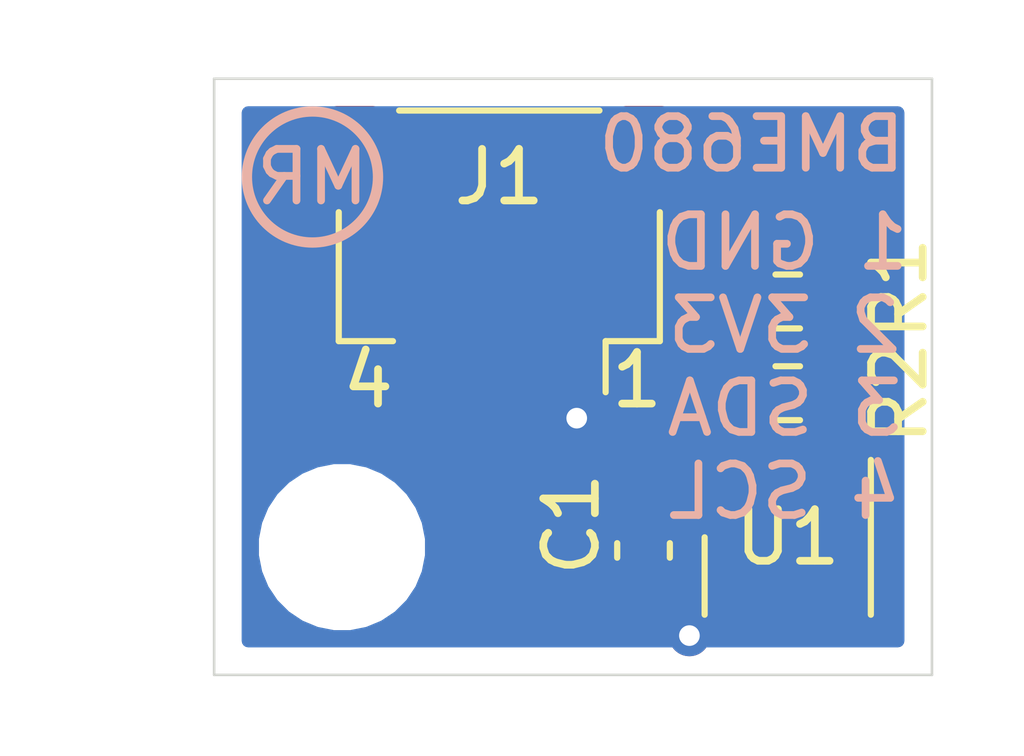
<source format=kicad_pcb>
(kicad_pcb (version 20171130) (host pcbnew "(5.1.9)-1")

  (general
    (thickness 1.6)
    (drawings 10)
    (tracks 51)
    (zones 0)
    (modules 8)
    (nets 5)
  )

  (page A4)
  (layers
    (0 F.Cu signal)
    (31 B.Cu signal)
    (32 B.Adhes user)
    (33 F.Adhes user)
    (34 B.Paste user)
    (35 F.Paste user)
    (36 B.SilkS user)
    (37 F.SilkS user)
    (38 B.Mask user)
    (39 F.Mask user)
    (40 Dwgs.User user)
    (41 Cmts.User user)
    (42 Eco1.User user)
    (43 Eco2.User user)
    (44 Edge.Cuts user)
    (45 Margin user)
    (46 B.CrtYd user)
    (47 F.CrtYd user)
    (48 B.Fab user)
    (49 F.Fab user)
  )

  (setup
    (last_trace_width 0.25)
    (trace_clearance 0.2)
    (zone_clearance 0.508)
    (zone_45_only no)
    (trace_min 0.2)
    (via_size 0.8)
    (via_drill 0.4)
    (via_min_size 0.4)
    (via_min_drill 0.3)
    (uvia_size 0.3)
    (uvia_drill 0.1)
    (uvias_allowed no)
    (uvia_min_size 0.2)
    (uvia_min_drill 0.1)
    (edge_width 0.05)
    (segment_width 0.2)
    (pcb_text_width 0.3)
    (pcb_text_size 1.5 1.5)
    (mod_edge_width 0.12)
    (mod_text_size 1 1)
    (mod_text_width 0.15)
    (pad_size 1.524 1.524)
    (pad_drill 0.762)
    (pad_to_mask_clearance 0)
    (aux_axis_origin 0 0)
    (visible_elements 7FFFFFFF)
    (pcbplotparams
      (layerselection 0x010fc_ffffffff)
      (usegerberextensions false)
      (usegerberattributes true)
      (usegerberadvancedattributes true)
      (creategerberjobfile true)
      (excludeedgelayer true)
      (linewidth 0.100000)
      (plotframeref false)
      (viasonmask false)
      (mode 1)
      (useauxorigin false)
      (hpglpennumber 1)
      (hpglpenspeed 20)
      (hpglpendiameter 15.000000)
      (psnegative false)
      (psa4output false)
      (plotreference true)
      (plotvalue true)
      (plotinvisibletext false)
      (padsonsilk false)
      (subtractmaskfromsilk false)
      (outputformat 1)
      (mirror false)
      (drillshape 1)
      (scaleselection 1)
      (outputdirectory ""))
  )

  (net 0 "")
  (net 1 GND)
  (net 2 +3V3)
  (net 3 /SCL)
  (net 4 /SDA)

  (net_class Default "This is the default net class."
    (clearance 0.2)
    (trace_width 0.25)
    (via_dia 0.8)
    (via_drill 0.4)
    (uvia_dia 0.3)
    (uvia_drill 0.1)
    (add_net +3V3)
    (add_net /SCL)
    (add_net /SDA)
    (add_net GND)
  )

  (module Fiducial:Fiducial_1mm_Mask2mm (layer F.Cu) (tedit 5C18CB26) (tstamp 6050A76E)
    (at 145.415 79.375)
    (descr "Circular Fiducial, 1mm bare copper, 2mm soldermask opening (Level A)")
    (tags fiducial)
    (path /60530CFE)
    (attr smd)
    (fp_text reference FID2 (at 0 -2) (layer F.Fab) hide
      (effects (font (size 1 1) (thickness 0.15)))
    )
    (fp_text value Fiducial (at 0 2) (layer F.Fab)
      (effects (font (size 1 1) (thickness 0.15)))
    )
    (fp_circle (center 0 0) (end 1 0) (layer F.Fab) (width 0.1))
    (fp_circle (center 0 0) (end 1.25 0) (layer F.CrtYd) (width 0.05))
    (fp_text user %R (at 0 0) (layer F.Fab)
      (effects (font (size 0.4 0.4) (thickness 0.06)))
    )
    (pad "" smd circle (at 0 0) (size 1 1) (layers F.Cu F.Mask)
      (solder_mask_margin 0.5) (clearance 0.5))
  )

  (module MountingHole:MountingHole_2.2mm_M2 (layer F.Cu) (tedit 56D1B4CB) (tstamp 6050A35B)
    (at 141.732 78.1685)
    (descr "Mounting Hole 2.2mm, no annular, M2")
    (tags "mounting hole 2.2mm no annular m2")
    (path /6052D857)
    (attr virtual)
    (fp_text reference H1 (at 0 3.302) (layer F.Fab) hide
      (effects (font (size 1 1) (thickness 0.15)))
    )
    (fp_text value MountingHole (at 0 3.2) (layer F.Fab)
      (effects (font (size 1 1) (thickness 0.15)))
    )
    (fp_circle (center 0 0) (end 2.2 0) (layer Cmts.User) (width 0.15))
    (fp_circle (center 0 0) (end 2.45 0) (layer F.CrtYd) (width 0.05))
    (fp_text user %R (at 0.3 0) (layer F.Fab)
      (effects (font (size 1 1) (thickness 0.15)))
    )
    (pad 1 np_thru_hole circle (at 0 0) (size 2.2 2.2) (drill 2.2) (layers *.Cu *.Mask))
  )

  (module Package_LGA:Bosch_LGA-8_3x3mm_P0.8mm_ClockwisePinNumbering (layer F.Cu) (tedit 5D9F7937) (tstamp 60507BDA)
    (at 150.368 77.978)
    (descr "Bosch  LGA, 8 Pin (https://ae-bst.resource.bosch.com/media/_tech/media/datasheets/BST-BME680-DS001-00.pdf#page=44), generated with kicad-footprint-generator ipc_noLead_generator.py")
    (tags "Bosch LGA NoLead")
    (path /60507266)
    (attr smd)
    (fp_text reference U1 (at 0 0) (layer F.SilkS)
      (effects (font (size 1 1) (thickness 0.15)))
    )
    (fp_text value BME680 (at 0 2.45) (layer F.Fab)
      (effects (font (size 1 1) (thickness 0.15)))
    )
    (fp_line (start -1.61 0) (end -1.61 1.5) (layer F.SilkS) (width 0.12))
    (fp_line (start 1.61 -1.5) (end 1.61 1.5) (layer F.SilkS) (width 0.12))
    (fp_line (start -0.75 -1.5) (end 1.5 -1.5) (layer F.Fab) (width 0.1))
    (fp_line (start 1.5 -1.5) (end 1.5 1.5) (layer F.Fab) (width 0.1))
    (fp_line (start 1.5 1.5) (end -1.5 1.5) (layer F.Fab) (width 0.1))
    (fp_line (start -1.5 1.5) (end -1.5 -0.75) (layer F.Fab) (width 0.1))
    (fp_line (start -1.5 -0.75) (end -0.75 -1.5) (layer F.Fab) (width 0.1))
    (fp_line (start -1.75 -1.75) (end -1.75 1.75) (layer F.CrtYd) (width 0.05))
    (fp_line (start -1.75 1.75) (end 1.75 1.75) (layer F.CrtYd) (width 0.05))
    (fp_line (start 1.75 1.75) (end 1.75 -1.75) (layer F.CrtYd) (width 0.05))
    (fp_line (start 1.75 -1.75) (end -1.75 -1.75) (layer F.CrtYd) (width 0.05))
    (fp_text user %R (at 0 0) (layer F.Fab)
      (effects (font (size 0.75 0.75) (thickness 0.11)))
    )
    (pad 8 smd roundrect (at -1.2 1.1875) (size 0.5 0.525) (layers F.Cu F.Paste F.Mask) (roundrect_rratio 0.25)
      (net 2 +3V3))
    (pad 7 smd roundrect (at -0.4 1.1875) (size 0.5 0.525) (layers F.Cu F.Paste F.Mask) (roundrect_rratio 0.25)
      (net 1 GND))
    (pad 6 smd roundrect (at 0.4 1.1875) (size 0.5 0.525) (layers F.Cu F.Paste F.Mask) (roundrect_rratio 0.25)
      (net 2 +3V3))
    (pad 5 smd roundrect (at 1.2 1.1875) (size 0.5 0.525) (layers F.Cu F.Paste F.Mask) (roundrect_rratio 0.25)
      (net 1 GND))
    (pad 4 smd roundrect (at 1.2 -1.1875) (size 0.5 0.525) (layers F.Cu F.Paste F.Mask) (roundrect_rratio 0.25)
      (net 3 /SCL))
    (pad 3 smd roundrect (at 0.4 -1.1875) (size 0.5 0.525) (layers F.Cu F.Paste F.Mask) (roundrect_rratio 0.25)
      (net 4 /SDA))
    (pad 2 smd roundrect (at -0.4 -1.1875) (size 0.5 0.525) (layers F.Cu F.Paste F.Mask) (roundrect_rratio 0.25)
      (net 2 +3V3))
    (pad 1 smd roundrect (at -1.2 -1.1875) (size 0.5 0.525) (layers F.Cu F.Paste F.Mask) (roundrect_rratio 0.25)
      (net 1 GND))
    (model ${KISYS3DMOD}/Package_LGA.3dshapes/Bosch_LGA-8_3x3mm_P0.8mm_ClockwisePinNumbering.wrl
      (at (xyz 0 0 0))
      (scale (xyz 1 1 1))
      (rotate (xyz 0 0 0))
    )
  )

  (module Resistor_SMD:R_0603_1608Metric (layer F.Cu) (tedit 5F68FEEE) (tstamp 60507BC2)
    (at 150.368 75.184)
    (descr "Resistor SMD 0603 (1608 Metric), square (rectangular) end terminal, IPC_7351 nominal, (Body size source: IPC-SM-782 page 72, https://www.pcb-3d.com/wordpress/wp-content/uploads/ipc-sm-782a_amendment_1_and_2.pdf), generated with kicad-footprint-generator")
    (tags resistor)
    (path /6050BD60)
    (attr smd)
    (fp_text reference R2 (at 2.159 0 90) (layer F.SilkS)
      (effects (font (size 1 1) (thickness 0.15)))
    )
    (fp_text value R (at 0 1.43) (layer F.Fab)
      (effects (font (size 1 1) (thickness 0.15)))
    )
    (fp_line (start -0.8 0.4125) (end -0.8 -0.4125) (layer F.Fab) (width 0.1))
    (fp_line (start -0.8 -0.4125) (end 0.8 -0.4125) (layer F.Fab) (width 0.1))
    (fp_line (start 0.8 -0.4125) (end 0.8 0.4125) (layer F.Fab) (width 0.1))
    (fp_line (start 0.8 0.4125) (end -0.8 0.4125) (layer F.Fab) (width 0.1))
    (fp_line (start -0.237258 -0.5225) (end 0.237258 -0.5225) (layer F.SilkS) (width 0.12))
    (fp_line (start -0.237258 0.5225) (end 0.237258 0.5225) (layer F.SilkS) (width 0.12))
    (fp_line (start -1.48 0.73) (end -1.48 -0.73) (layer F.CrtYd) (width 0.05))
    (fp_line (start -1.48 -0.73) (end 1.48 -0.73) (layer F.CrtYd) (width 0.05))
    (fp_line (start 1.48 -0.73) (end 1.48 0.73) (layer F.CrtYd) (width 0.05))
    (fp_line (start 1.48 0.73) (end -1.48 0.73) (layer F.CrtYd) (width 0.05))
    (fp_text user %R (at 0 0) (layer F.Fab)
      (effects (font (size 0.4 0.4) (thickness 0.06)))
    )
    (pad 2 smd roundrect (at 0.825 0) (size 0.8 0.95) (layers F.Cu F.Paste F.Mask) (roundrect_rratio 0.25)
      (net 4 /SDA))
    (pad 1 smd roundrect (at -0.825 0) (size 0.8 0.95) (layers F.Cu F.Paste F.Mask) (roundrect_rratio 0.25)
      (net 2 +3V3))
    (model ${KISYS3DMOD}/Resistor_SMD.3dshapes/R_0603_1608Metric.wrl
      (at (xyz 0 0 0))
      (scale (xyz 1 1 1))
      (rotate (xyz 0 0 0))
    )
  )

  (module Resistor_SMD:R_0603_1608Metric (layer F.Cu) (tedit 5F68FEEE) (tstamp 60507BB1)
    (at 150.368 73.406)
    (descr "Resistor SMD 0603 (1608 Metric), square (rectangular) end terminal, IPC_7351 nominal, (Body size source: IPC-SM-782 page 72, https://www.pcb-3d.com/wordpress/wp-content/uploads/ipc-sm-782a_amendment_1_and_2.pdf), generated with kicad-footprint-generator")
    (tags resistor)
    (path /6050B841)
    (attr smd)
    (fp_text reference R1 (at 2.159 -0.254 90) (layer F.SilkS)
      (effects (font (size 1 1) (thickness 0.15)))
    )
    (fp_text value R (at 0 1.43) (layer F.Fab)
      (effects (font (size 1 1) (thickness 0.15)))
    )
    (fp_line (start -0.8 0.4125) (end -0.8 -0.4125) (layer F.Fab) (width 0.1))
    (fp_line (start -0.8 -0.4125) (end 0.8 -0.4125) (layer F.Fab) (width 0.1))
    (fp_line (start 0.8 -0.4125) (end 0.8 0.4125) (layer F.Fab) (width 0.1))
    (fp_line (start 0.8 0.4125) (end -0.8 0.4125) (layer F.Fab) (width 0.1))
    (fp_line (start -0.237258 -0.5225) (end 0.237258 -0.5225) (layer F.SilkS) (width 0.12))
    (fp_line (start -0.237258 0.5225) (end 0.237258 0.5225) (layer F.SilkS) (width 0.12))
    (fp_line (start -1.48 0.73) (end -1.48 -0.73) (layer F.CrtYd) (width 0.05))
    (fp_line (start -1.48 -0.73) (end 1.48 -0.73) (layer F.CrtYd) (width 0.05))
    (fp_line (start 1.48 -0.73) (end 1.48 0.73) (layer F.CrtYd) (width 0.05))
    (fp_line (start 1.48 0.73) (end -1.48 0.73) (layer F.CrtYd) (width 0.05))
    (fp_text user %R (at 0 0) (layer F.Fab)
      (effects (font (size 0.4 0.4) (thickness 0.06)))
    )
    (pad 2 smd roundrect (at 0.825 0) (size 0.8 0.95) (layers F.Cu F.Paste F.Mask) (roundrect_rratio 0.25)
      (net 3 /SCL))
    (pad 1 smd roundrect (at -0.825 0) (size 0.8 0.95) (layers F.Cu F.Paste F.Mask) (roundrect_rratio 0.25)
      (net 2 +3V3))
    (model ${KISYS3DMOD}/Resistor_SMD.3dshapes/R_0603_1608Metric.wrl
      (at (xyz 0 0 0))
      (scale (xyz 1 1 1))
      (rotate (xyz 0 0 0))
    )
  )

  (module Connector_JST:JST_SH_SM04B-SRSS-TB_1x04-1MP_P1.00mm_Horizontal (layer F.Cu) (tedit 5B78AD87) (tstamp 605083DA)
    (at 144.78 72.39 180)
    (descr "JST SH series connector, SM04B-SRSS-TB (http://www.jst-mfg.com/product/pdf/eng/eSH.pdf), generated with kicad-footprint-generator")
    (tags "connector JST SH top entry")
    (path /6051122B)
    (attr smd)
    (fp_text reference J1 (at 0 1.397) (layer F.SilkS)
      (effects (font (size 1 1) (thickness 0.15)))
    )
    (fp_text value JST_SH_SM04B-SRSS-TB (at 0 3.98) (layer F.Fab)
      (effects (font (size 1 1) (thickness 0.15)))
    )
    (fp_line (start -3 -1.675) (end 3 -1.675) (layer F.Fab) (width 0.1))
    (fp_line (start -3.11 0.715) (end -3.11 -1.785) (layer F.SilkS) (width 0.12))
    (fp_line (start -3.11 -1.785) (end -2.06 -1.785) (layer F.SilkS) (width 0.12))
    (fp_line (start -2.06 -1.785) (end -2.06 -2.775) (layer F.SilkS) (width 0.12))
    (fp_line (start 3.11 0.715) (end 3.11 -1.785) (layer F.SilkS) (width 0.12))
    (fp_line (start 3.11 -1.785) (end 2.06 -1.785) (layer F.SilkS) (width 0.12))
    (fp_line (start -1.94 2.685) (end 1.94 2.685) (layer F.SilkS) (width 0.12))
    (fp_line (start -3 2.575) (end 3 2.575) (layer F.Fab) (width 0.1))
    (fp_line (start -3 -1.675) (end -3 2.575) (layer F.Fab) (width 0.1))
    (fp_line (start 3 -1.675) (end 3 2.575) (layer F.Fab) (width 0.1))
    (fp_line (start -3.9 -3.28) (end -3.9 3.28) (layer F.CrtYd) (width 0.05))
    (fp_line (start -3.9 3.28) (end 3.9 3.28) (layer F.CrtYd) (width 0.05))
    (fp_line (start 3.9 3.28) (end 3.9 -3.28) (layer F.CrtYd) (width 0.05))
    (fp_line (start 3.9 -3.28) (end -3.9 -3.28) (layer F.CrtYd) (width 0.05))
    (fp_line (start -2 -1.675) (end -1.5 -0.967893) (layer F.Fab) (width 0.1))
    (fp_line (start -1.5 -0.967893) (end -1 -1.675) (layer F.Fab) (width 0.1))
    (fp_text user %R (at 0 0) (layer F.Fab)
      (effects (font (size 1 1) (thickness 0.15)))
    )
    (pad MP smd roundrect (at 2.8 1.875 180) (size 1.2 1.8) (layers F.Cu F.Paste F.Mask) (roundrect_rratio 0.208333))
    (pad MP smd roundrect (at -2.8 1.875 180) (size 1.2 1.8) (layers F.Cu F.Paste F.Mask) (roundrect_rratio 0.208333))
    (pad 4 smd roundrect (at 1.5 -2 180) (size 0.6 1.55) (layers F.Cu F.Paste F.Mask) (roundrect_rratio 0.25)
      (net 3 /SCL))
    (pad 3 smd roundrect (at 0.5 -2 180) (size 0.6 1.55) (layers F.Cu F.Paste F.Mask) (roundrect_rratio 0.25)
      (net 4 /SDA))
    (pad 2 smd roundrect (at -0.5 -2 180) (size 0.6 1.55) (layers F.Cu F.Paste F.Mask) (roundrect_rratio 0.25)
      (net 2 +3V3))
    (pad 1 smd roundrect (at -1.5 -2 180) (size 0.6 1.55) (layers F.Cu F.Paste F.Mask) (roundrect_rratio 0.25)
      (net 1 GND))
    (model ${KISYS3DMOD}/Connector_JST.3dshapes/JST_SH_SM04B-SRSS-TB_1x04-1MP_P1.00mm_Horizontal.wrl
      (at (xyz 0 0 0))
      (scale (xyz 1 1 1))
      (rotate (xyz 0 0 0))
    )
  )

  (module Fiducial:Fiducial_1mm_Mask2mm (layer F.Cu) (tedit 5C18CB26) (tstamp 60507B7D)
    (at 151.892 70.485)
    (descr "Circular Fiducial, 1mm bare copper, 2mm soldermask opening (Level A)")
    (tags fiducial)
    (path /6050994A)
    (attr smd)
    (fp_text reference FID1 (at 0 -2) (layer F.Fab) hide
      (effects (font (size 1 1) (thickness 0.15)))
    )
    (fp_text value Fiducial (at 0 2) (layer F.Fab)
      (effects (font (size 1 1) (thickness 0.15)))
    )
    (fp_circle (center 0 0) (end 1 0) (layer F.Fab) (width 0.1))
    (fp_circle (center 0 0) (end 1.25 0) (layer F.CrtYd) (width 0.05))
    (fp_text user %R (at 0 0) (layer F.Fab)
      (effects (font (size 0.4 0.4) (thickness 0.06)))
    )
    (pad "" smd circle (at 0 0) (size 1 1) (layers F.Cu F.Mask)
      (solder_mask_margin 0.5) (clearance 0.5))
  )

  (module Capacitor_SMD:C_0603_1608Metric (layer F.Cu) (tedit 5F68FEEE) (tstamp 60507B75)
    (at 147.574 78.232 270)
    (descr "Capacitor SMD 0603 (1608 Metric), square (rectangular) end terminal, IPC_7351 nominal, (Body size source: IPC-SM-782 page 76, https://www.pcb-3d.com/wordpress/wp-content/uploads/ipc-sm-782a_amendment_1_and_2.pdf), generated with kicad-footprint-generator")
    (tags capacitor)
    (path /6050A0EA)
    (attr smd)
    (fp_text reference C1 (at -0.508 1.397 90) (layer F.SilkS)
      (effects (font (size 1 1) (thickness 0.15)))
    )
    (fp_text value 100n (at 0 1.43 90) (layer F.Fab)
      (effects (font (size 1 1) (thickness 0.15)))
    )
    (fp_line (start -0.8 0.4) (end -0.8 -0.4) (layer F.Fab) (width 0.1))
    (fp_line (start -0.8 -0.4) (end 0.8 -0.4) (layer F.Fab) (width 0.1))
    (fp_line (start 0.8 -0.4) (end 0.8 0.4) (layer F.Fab) (width 0.1))
    (fp_line (start 0.8 0.4) (end -0.8 0.4) (layer F.Fab) (width 0.1))
    (fp_line (start -0.14058 -0.51) (end 0.14058 -0.51) (layer F.SilkS) (width 0.12))
    (fp_line (start -0.14058 0.51) (end 0.14058 0.51) (layer F.SilkS) (width 0.12))
    (fp_line (start -1.48 0.73) (end -1.48 -0.73) (layer F.CrtYd) (width 0.05))
    (fp_line (start -1.48 -0.73) (end 1.48 -0.73) (layer F.CrtYd) (width 0.05))
    (fp_line (start 1.48 -0.73) (end 1.48 0.73) (layer F.CrtYd) (width 0.05))
    (fp_line (start 1.48 0.73) (end -1.48 0.73) (layer F.CrtYd) (width 0.05))
    (fp_text user %R (at 0 0 90) (layer F.Fab)
      (effects (font (size 0.4 0.4) (thickness 0.06)))
    )
    (pad 2 smd roundrect (at 0.775 0 270) (size 0.9 0.95) (layers F.Cu F.Paste F.Mask) (roundrect_rratio 0.25)
      (net 1 GND))
    (pad 1 smd roundrect (at -0.775 0 270) (size 0.9 0.95) (layers F.Cu F.Paste F.Mask) (roundrect_rratio 0.25)
      (net 2 +3V3))
    (model ${KISYS3DMOD}/Capacitor_SMD.3dshapes/C_0603_1608Metric.wrl
      (at (xyz 0 0 0))
      (scale (xyz 1 1 1))
      (rotate (xyz 0 0 0))
    )
  )

  (gr_text "1 GND\n2 3V3\n3 SDA\n4 SCL" (at 150.3045 74.676) (layer B.SilkS)
    (effects (font (size 1 1) (thickness 0.15)) (justify mirror))
  )
  (gr_circle (center 141.1605 70.993) (end 142.4305 70.993) (layer B.SilkS) (width 0.2))
  (gr_text MR (at 141.1605 70.993) (layer B.SilkS)
    (effects (font (size 1 1) (thickness 0.15)) (justify mirror))
  )
  (gr_text BME680 (at 149.6695 70.358) (layer B.SilkS)
    (effects (font (size 1 1) (thickness 0.15)) (justify mirror))
  )
  (gr_text 4 (at 142.24 74.93) (layer F.SilkS) (tstamp 60509CB2)
    (effects (font (size 1 1) (thickness 0.15)))
  )
  (gr_text 1 (at 147.447 74.93) (layer F.SilkS)
    (effects (font (size 1 1) (thickness 0.15)))
  )
  (gr_line (start 139.2555 80.645) (end 153.162 80.645) (layer Edge.Cuts) (width 0.05) (tstamp 6050841E))
  (gr_line (start 139.2555 69.088) (end 139.2555 80.645) (layer Edge.Cuts) (width 0.05))
  (gr_line (start 153.162 69.088) (end 153.162 80.645) (layer Edge.Cuts) (width 0.05))
  (gr_line (start 139.2555 69.088) (end 153.162 69.088) (layer Edge.Cuts) (width 0.05))

  (segment (start 149.968 79.883) (end 149.968 79.1655) (width 0.25) (layer F.Cu) (net 1))
  (segment (start 148.971 79.883) (end 149.968 79.883) (width 0.25) (layer F.Cu) (net 1))
  (segment (start 151.257 79.883) (end 148.971 79.883) (width 0.25) (layer F.Cu) (net 1))
  (segment (start 151.568 79.572) (end 151.257 79.883) (width 0.25) (layer F.Cu) (net 1))
  (segment (start 151.568 79.1655) (end 151.568 79.572) (width 0.25) (layer F.Cu) (net 1))
  (segment (start 146.28 74.39) (end 146.28 75.668) (width 0.25) (layer F.Cu) (net 1))
  (segment (start 146.28 75.668) (end 146.939 76.327) (width 0.25) (layer F.Cu) (net 1))
  (segment (start 146.939 76.327) (end 148.082 76.327) (width 0.25) (layer F.Cu) (net 1))
  (segment (start 148.5455 76.7905) (end 149.168 76.7905) (width 0.25) (layer F.Cu) (net 1))
  (segment (start 148.082 76.327) (end 148.5455 76.7905) (width 0.25) (layer F.Cu) (net 1))
  (via (at 146.28 75.668) (size 0.8) (drill 0.4) (layers F.Cu B.Cu) (net 1))
  (segment (start 147.574 79.883) (end 148.971 79.883) (width 0.25) (layer F.Cu) (net 1))
  (segment (start 147.574 79.007) (end 147.574 79.883) (width 0.25) (layer F.Cu) (net 1))
  (segment (start 147.574 79.883) (end 148.463012 79.883) (width 0.25) (layer F.Cu) (net 1))
  (via (at 148.463012 79.883) (size 0.8) (drill 0.4) (layers F.Cu B.Cu) (net 1))
  (segment (start 146.28 75.668) (end 148.463012 77.851012) (width 0.25) (layer B.Cu) (net 1))
  (segment (start 148.463012 77.851012) (end 148.463012 79.883) (width 0.25) (layer B.Cu) (net 1))
  (segment (start 145.28 76.065) (end 145.28 74.39) (width 0.25) (layer F.Cu) (net 2))
  (segment (start 146.672 77.457) (end 145.28 76.065) (width 0.25) (layer F.Cu) (net 2))
  (segment (start 147.574 77.457) (end 146.672 77.457) (width 0.25) (layer F.Cu) (net 2))
  (segment (start 149.543 73.406) (end 149.543 75.184) (width 0.25) (layer F.Cu) (net 2))
  (segment (start 149.968 75.609) (end 149.543 75.184) (width 0.25) (layer F.Cu) (net 2))
  (segment (start 149.968 76.7905) (end 149.968 75.609) (width 0.25) (layer F.Cu) (net 2))
  (segment (start 149.968 77.362) (end 149.968 76.7905) (width 0.25) (layer F.Cu) (net 2))
  (segment (start 147.574 77.457) (end 147.841 77.724) (width 0.25) (layer F.Cu) (net 2))
  (segment (start 150.768 78.505) (end 149.7965 77.5335) (width 0.25) (layer F.Cu) (net 2))
  (segment (start 150.768 79.1655) (end 150.768 78.505) (width 0.25) (layer F.Cu) (net 2))
  (segment (start 149.7965 77.5335) (end 149.968 77.362) (width 0.25) (layer F.Cu) (net 2))
  (segment (start 149.606 77.724) (end 149.7965 77.5335) (width 0.25) (layer F.Cu) (net 2))
  (segment (start 149.168 77.794) (end 149.098 77.724) (width 0.25) (layer F.Cu) (net 2))
  (segment (start 149.168 79.1655) (end 149.168 77.794) (width 0.25) (layer F.Cu) (net 2))
  (segment (start 149.098 77.724) (end 149.606 77.724) (width 0.25) (layer F.Cu) (net 2))
  (segment (start 147.841 77.724) (end 149.098 77.724) (width 0.25) (layer F.Cu) (net 2))
  (segment (start 152.146 76.2125) (end 152.146 73.787) (width 0.25) (layer F.Cu) (net 3))
  (segment (start 151.568 76.7905) (end 152.146 76.2125) (width 0.25) (layer F.Cu) (net 3))
  (segment (start 151.765 73.406) (end 151.193 73.406) (width 0.25) (layer F.Cu) (net 3))
  (segment (start 152.146 73.787) (end 151.765 73.406) (width 0.25) (layer F.Cu) (net 3))
  (segment (start 143.28 72.874) (end 144.145 72.009) (width 0.25) (layer F.Cu) (net 3))
  (segment (start 151.193 72.453) (end 151.193 73.406) (width 0.25) (layer F.Cu) (net 3))
  (segment (start 144.145 72.009) (end 150.749 72.009) (width 0.25) (layer F.Cu) (net 3))
  (segment (start 143.28 74.39) (end 143.28 72.874) (width 0.25) (layer F.Cu) (net 3))
  (segment (start 150.749 72.009) (end 151.193 72.453) (width 0.25) (layer F.Cu) (net 3))
  (segment (start 150.749 76.7715) (end 150.768 76.7905) (width 0.25) (layer F.Cu) (net 4))
  (segment (start 150.749 75.628) (end 150.749 76.7715) (width 0.25) (layer F.Cu) (net 4))
  (segment (start 151.193 75.184) (end 150.749 75.628) (width 0.25) (layer F.Cu) (net 4))
  (segment (start 151.193 75.184) (end 150.368 74.359) (width 0.25) (layer F.Cu) (net 4))
  (segment (start 150.368 74.359) (end 150.368 72.892261) (width 0.25) (layer F.Cu) (net 4))
  (segment (start 150.368 72.892261) (end 149.992739 72.517) (width 0.25) (layer F.Cu) (net 4))
  (segment (start 149.992739 72.517) (end 144.78 72.517) (width 0.25) (layer F.Cu) (net 4))
  (segment (start 144.28 73.017) (end 144.28 74.39) (width 0.25) (layer F.Cu) (net 4))
  (segment (start 144.78 72.517) (end 144.28 73.017) (width 0.25) (layer F.Cu) (net 4))

  (zone (net 1) (net_name GND) (layer B.Cu) (tstamp 0) (hatch edge 0.508)
    (connect_pads (clearance 0.508))
    (min_thickness 0.254)
    (fill yes (arc_segments 32) (thermal_gap 0.508) (thermal_bridge_width 0.508))
    (polygon
      (pts
        (xy 153.162 80.645) (xy 139.2555 80.645) (xy 139.2555 69.088) (xy 153.162 69.088)
      )
    )
    (filled_polygon
      (pts
        (xy 152.502001 79.985) (xy 139.9155 79.985) (xy 139.9155 77.997617) (xy 139.997 77.997617) (xy 139.997 78.339383)
        (xy 140.063675 78.674581) (xy 140.194463 78.990331) (xy 140.384337 79.274498) (xy 140.626002 79.516163) (xy 140.910169 79.706037)
        (xy 141.225919 79.836825) (xy 141.561117 79.9035) (xy 141.902883 79.9035) (xy 142.238081 79.836825) (xy 142.553831 79.706037)
        (xy 142.837998 79.516163) (xy 143.079663 79.274498) (xy 143.269537 78.990331) (xy 143.400325 78.674581) (xy 143.467 78.339383)
        (xy 143.467 77.997617) (xy 143.400325 77.662419) (xy 143.269537 77.346669) (xy 143.079663 77.062502) (xy 142.837998 76.820837)
        (xy 142.553831 76.630963) (xy 142.238081 76.500175) (xy 141.902883 76.4335) (xy 141.561117 76.4335) (xy 141.225919 76.500175)
        (xy 140.910169 76.630963) (xy 140.626002 76.820837) (xy 140.384337 77.062502) (xy 140.194463 77.346669) (xy 140.063675 77.662419)
        (xy 139.997 77.997617) (xy 139.9155 77.997617) (xy 139.9155 69.748) (xy 152.502 69.748)
      )
    )
  )
)

</source>
